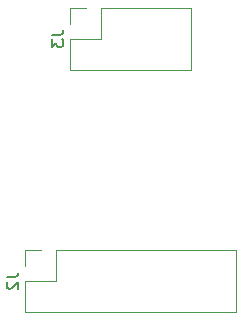
<source format=gbr>
G04 #@! TF.GenerationSoftware,KiCad,Pcbnew,5.1.12-84ad8e8a86~92~ubuntu20.04.1*
G04 #@! TF.CreationDate,2022-05-26T22:04:44-05:00*
G04 #@! TF.ProjectId,sensor_oxigeno,73656e73-6f72-45f6-9f78-6967656e6f2e,rev?*
G04 #@! TF.SameCoordinates,Original*
G04 #@! TF.FileFunction,Legend,Bot*
G04 #@! TF.FilePolarity,Positive*
%FSLAX46Y46*%
G04 Gerber Fmt 4.6, Leading zero omitted, Abs format (unit mm)*
G04 Created by KiCad (PCBNEW 5.1.12-84ad8e8a86~92~ubuntu20.04.1) date 2022-05-26 22:04:44*
%MOMM*%
%LPD*%
G01*
G04 APERTURE LIST*
%ADD10C,0.120000*%
%ADD11C,0.150000*%
G04 APERTURE END LIST*
D10*
X104003800Y-52467200D02*
X104003800Y-53797200D01*
X105333800Y-52467200D02*
X104003800Y-52467200D01*
X104003800Y-55067200D02*
X104003800Y-57667200D01*
X106603800Y-55067200D02*
X104003800Y-55067200D01*
X106603800Y-52467200D02*
X106603800Y-55067200D01*
X104003800Y-57667200D02*
X121903800Y-57667200D01*
X106603800Y-52467200D02*
X121903800Y-52467200D01*
X121903800Y-52467200D02*
X121903800Y-57667200D01*
X107813800Y-31969400D02*
X107813800Y-33299400D01*
X109143800Y-31969400D02*
X107813800Y-31969400D01*
X107813800Y-34569400D02*
X107813800Y-37169400D01*
X110413800Y-34569400D02*
X107813800Y-34569400D01*
X110413800Y-31969400D02*
X110413800Y-34569400D01*
X107813800Y-37169400D02*
X118093800Y-37169400D01*
X110413800Y-31969400D02*
X118093800Y-31969400D01*
X118093800Y-31969400D02*
X118093800Y-37169400D01*
D11*
X102456180Y-54733866D02*
X103170466Y-54733866D01*
X103313323Y-54686247D01*
X103408561Y-54591009D01*
X103456180Y-54448152D01*
X103456180Y-54352914D01*
X102551419Y-55162438D02*
X102503800Y-55210057D01*
X102456180Y-55305295D01*
X102456180Y-55543390D01*
X102503800Y-55638628D01*
X102551419Y-55686247D01*
X102646657Y-55733866D01*
X102741895Y-55733866D01*
X102884752Y-55686247D01*
X103456180Y-55114819D01*
X103456180Y-55733866D01*
X106266180Y-34236066D02*
X106980466Y-34236066D01*
X107123323Y-34188447D01*
X107218561Y-34093209D01*
X107266180Y-33950352D01*
X107266180Y-33855114D01*
X106266180Y-34617019D02*
X106266180Y-35236066D01*
X106647133Y-34902733D01*
X106647133Y-35045590D01*
X106694752Y-35140828D01*
X106742371Y-35188447D01*
X106837609Y-35236066D01*
X107075704Y-35236066D01*
X107170942Y-35188447D01*
X107218561Y-35140828D01*
X107266180Y-35045590D01*
X107266180Y-34759876D01*
X107218561Y-34664638D01*
X107170942Y-34617019D01*
M02*

</source>
